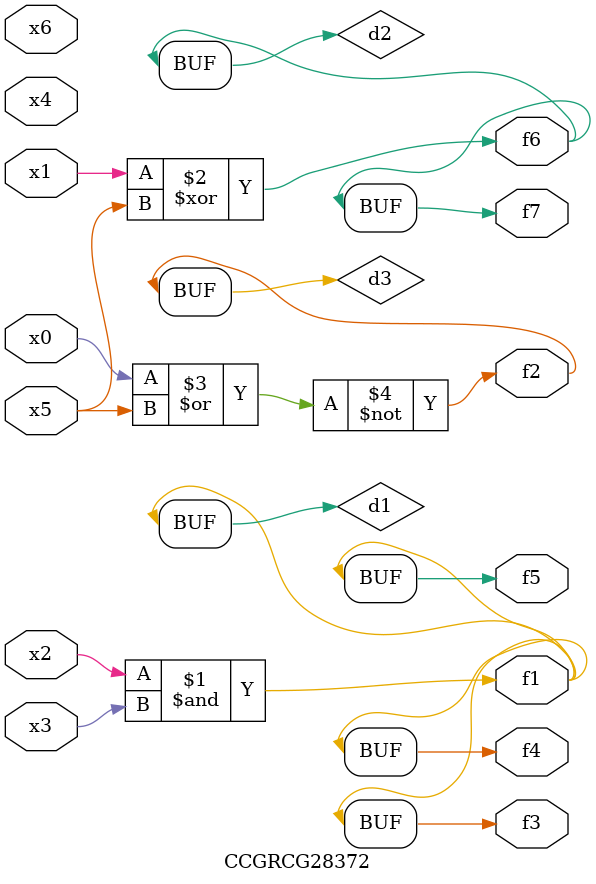
<source format=v>
module CCGRCG28372(
	input x0, x1, x2, x3, x4, x5, x6,
	output f1, f2, f3, f4, f5, f6, f7
);

	wire d1, d2, d3;

	and (d1, x2, x3);
	xor (d2, x1, x5);
	nor (d3, x0, x5);
	assign f1 = d1;
	assign f2 = d3;
	assign f3 = d1;
	assign f4 = d1;
	assign f5 = d1;
	assign f6 = d2;
	assign f7 = d2;
endmodule

</source>
